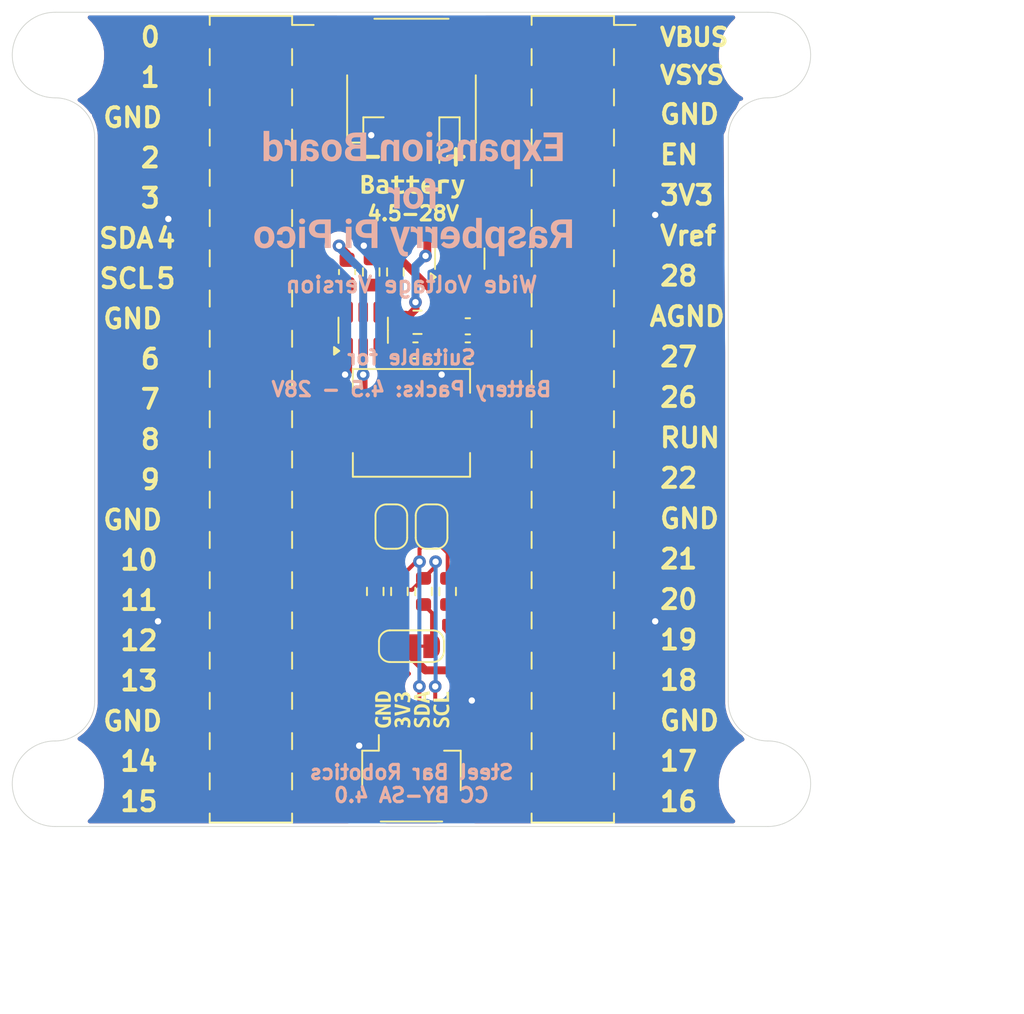
<source format=kicad_pcb>
(kicad_pcb (version 20240108) (generator "pcbnew") (generator_version "8.0")
  (title_block (title "PiicoDev Expansion Board for Raspberry Pi Pico") (date "2022-06-06") (company "Core Electronics") (comment 1 "Michael Ruppe"))
  (layers (0 "F.Cu" signal) (31 "B.Cu" signal) (34 "B.Paste" user) (35 "F.Paste" user) (36 "B.SilkS" user "B.Silkscreen") (37 "F.SilkS" user "F.Silkscreen") (38 "B.Mask" user) (39 "F.Mask" user) (44 "Edge.Cuts" user))
  (net 0 "")
  (net 1 "GND")
  (net 2 "VBAT")
  (net 3 "VBUS")
  (net 4 "/I2C0_SCL")
  (net 5 "/I2C0_SDA")
  (net 6 "+3V3")
  (net 7 "/VSYS")
  (net 8 "Net-(J1-Pin_4)")
  (net 9 "Net-(J1-Pin_3)")
  (net 10 "Net-(#U2-GP15)")
  (net 11 "Net-(#U2-GP1)")
  (net 12 "Net-(#U2-GP6)")
  (net 13 "Net-(#U2-GP12)")
  (net 14 "Net-(#U2-GP10)")
  (net 15 "Net-(#U2-GP7)")
  (net 16 "Net-(#U2-GP11)")
  (net 17 "Net-(#U2-GP2)")
  (net 18 "Net-(#U2-GP3)")
  (net 19 "Net-(#U2-GP14)")
  (net 20 "Net-(#U2-GP13)")
  (net 21 "Net-(#U2-GP0)")
  (net 22 "Net-(#U2-GP28)")
  (net 23 "Net-(#U2-GP27)")
  (net 24 "Net-(#U2-RUN)")
  (net 25 "Net-(#U2-GP18)")
  (net 26 "Net-(#U2-3V3_EN)")
  (net 27 "Net-(#U2-GP19)")
  (net 28 "Net-(J4-Pin_15)")
  (net 29 "Net-(#U2-GP26)")
  (net 30 "Net-(#U2-GP17)")
  (net 31 "Net-(#U2-GP22)")
  (net 32 "Net-(#U2-ADC_VREF)")
  (net 33 "Net-(#U2-GP21)")
  (net 34 "Net-(#U2-GP16)")
  (net 35 "Net-(#U2-GP20)")
  (net 36 "Net-(JP3-B)")
  (net 37 "Net-(JP3-A)")
  (net 38 "Net-(#U2-GP8)")
  (net 39 "Net-(#U2-GP9)")
  (net 40 "Net-(U1-BOOT)")
  (net 41 "Net-(U1-SW)")
  (net 42 "+5V")
  (net 43 "Net-(U1-FB)")
  (footprint "Connector_JST:JST_SH_SM04B-SRSS-TB_1x04-1MP_P1.00mm_Horizontal" (layer "F.Cu") (at 140.835 121.3)
    (property "Reference" "J1" (hide yes))
    (property "Value" "PiicoDev" (hide yes))
    (pad "1" smd roundrect (at -1.5 -2) (size 0.6 1.55) (layers "F.Cu" "F.Paste" "F.Mask") (net 1 "GND"))
    (pad "2" smd roundrect (at -0.5 -2) (size 0.6 1.55) (layers "F.Cu" "F.Paste" "F.Mask") (net 6 "+3V3"))
    (pad "3" smd roundrect (at 0.5 -2) (size 0.6 1.55) (layers "F.Cu" "F.Paste" "F.Mask") (net 9 "Net-(J1-Pin_3)"))
    (pad "4" smd roundrect (at 1.5 -2) (size 0.6 1.55) (layers "F.Cu" "F.Paste" "F.Mask") (net 8 "Net-(J1-Pin_4)"))
    (pad "MP" smd roundrect (at -2.8 1.875) (size 1.2 1.8) (layers "F.Cu" "F.Paste" "F.Mask") (roundrect_rratio 0.2083325))
    (pad "MP" smd roundrect (at 2.8 1.875) (size 1.2 1.8) (layers "F.Cu" "F.Paste" "F.Mask") (roundrect_rratio 0.2083325))
  )
  (footprint "MountingHole:MountingHole_3.2mm_M3" (layer "F.Cu") (at 163.335 121.6)
    (property "Reference" "H2" (hide yes))
    (property "Value" " ")
    (pad "" np_thru_hole circle (at 0 0) (size 3.2 3.2) (drill 3.2) (layers "F&B.Cu" "*.Mask") (clearance 1.5))
  )
  (footprint "Package_TO_SOT_SMD:SOT-23" (layer "F.Cu") (at 143.883 88.4555 90)
    (property "Reference" "Q1" (hide yes))
    (property "Value" "MOSFET P-CH" (hide yes))
    (pad "1" smd roundrect (at -0.9375 -0.95 90) (size 1.475 0.6) (layers "F.Cu" "F.Paste" "F.Mask") (net 3 "VBUS"))
    (pad "2" smd roundrect (at -0.9375 0.95 90) (size 1.475 0.6) (layers "F.Cu" "F.Paste" "F.Mask") (net 7 "/VSYS"))
    (pad "3" smd roundrect (at 0.9375 0 90) (size 1.475 0.6) (layers "F.Cu" "F.Paste" "F.Mask") (net 42 "+5V"))
  )
  (footprint "Connector_JST:JST_PH_S2B-PH-SM4-TB_1x02-1MP_P2.00mm_Horizontal" (layer "F.Cu") (at 140.835 77.818 180)
    (property "Reference" "J2" (hide yes))
    (property "Value" "JST PH" (hide yes))
    (fp_text user "-" (at 2.6 -4.3 180) (layer "F.SilkS") (effects (font (size 1.3 1.3) (thickness 0.25))))
    (fp_text user "+" (at -2.8 -4.3 180) (layer "F.SilkS") (effects (font (size 1.3 1.3) (thickness 0.25))))
    (pad "1" smd roundrect (at -1 -2.85 180) (size 1 3.5) (layers "F.Cu" "F.Paste" "F.Mask") (net 2 "VBAT"))
    (pad "2" smd roundrect (at 1 -2.85 180) (size 1 3.5) (layers "F.Cu" "F.Paste" "F.Mask") (net 1 "GND"))
    (pad "MP" smd roundrect (at -3.35 2.9 180) (size 1.5 3.4) (layers "F.Cu" "F.Paste" "F.Mask") (roundrect_rratio 0.1666666667))
    (pad "MP" smd roundrect (at 3.35 2.9 180) (size 1.5 3.4) (layers "F.Cu" "F.Paste" "F.Mask") (roundrect_rratio 0.1666666667))
  )
  (footprint "MountingHole:MountingHole_3.2mm_M3" (layer "F.Cu") (at 118.335 121.6)
    (property "Reference" "H3" (hide yes))
    (property "Value" " ")
    (pad "" np_thru_hole circle (at 0 0) (size 3.2 3.2) (drill 3.2) (layers "F&B.Cu" "*.Mask") (clearance 1.5))
  )
  (footprint "MountingHole:MountingHole_3.2mm_M3" (layer "F.Cu") (at 163.335 75.6)
    (property "Reference" "H1" (hide yes))
    (property "Value" " ")
    (pad "" np_thru_hole circle (at 0 0) (size 3.2 3.2) (drill 3.2) (layers "F&B.Cu" "*.Mask") (clearance 1.5))
  )
  (footprint "MountingHole:MountingHole_3.2mm_M3" (layer "F.Cu") (at 118.335 75.6)
    (property "Reference" "H4" (hide yes))
    (property "Value" " ")
    (pad "" np_thru_hole circle (at 0 0) (size 3.2 3.2) (drill 3.2) (layers "F&B.Cu" "*.Mask") (clearance 1.5))
  )
  (footprint "CoreElectronics_Components:SolderJumper-2_P1.3mm_Open_RoundedPad1.0x1.5mm" (layer "F.Cu") (at 142.105 105.366 -90)
    (property "Reference" "JP1" (hide yes))
    (property "Value" "Bypass")
    (pad "1" smd custom (at -0.65 0 270) (size 1 0.5) (layers "F.Cu" "F.Mask") (net 5 "/I2C0_SDA") (options (clearance outline) (anchor rect)) (primitives (gr_circle (center 0 0.25) (end 0.5 0.25) (width 0) (fill yes)) (gr_circle (center 0 -0.25) (end 0.5 -0.25) (width 0) (fill yes)) (gr_poly (pts (xy 0 -0.75) (xy 0.5 -0.75) (xy 0.5 0.75) (xy 0 0.75)) (width 0) (fill yes))))
    (pad "2" smd custom (at 0.65 0 270) (size 1 0.5) (layers "F.Cu" "F.Mask") (net 9 "Net-(J1-Pin_3)") (options (clearance outline) (anchor rect)) (primitives (gr_circle (center 0 0.25) (end 0.5 0.25) (width 0) (fill yes)) (gr_circle (center 0 -0.25) (end 0.5 -0.25) (width 0) (fill yes)) (gr_poly (pts (xy 0 -0.75) (xy -0.5 -0.75) (xy -0.5 0.75) (xy 0 0.75)) (width 0) (fill yes))))
  )
  (footprint "CoreElectronics_Components:PinSocket_2x20_P2.54mm_Vertical_SMD_With_Post" (layer "F.Cu") (at 151.02 98.59)
    (property "Reference" "J4" (hide yes))
    (property "Value" " ")
    (pad "1" smd rect (at 2.52 -24.13) (size 3 1) (layers "F.Cu" "F.Paste" "F.Mask") (net 3 "VBUS"))
    (pad "2" smd rect (at -2.52 -24.13) (size 3 1) (layers "F.Cu" "F.Paste" "F.Mask") (net 3 "VBUS"))
    (pad "3" smd rect (at 2.52 -21.59) (size 3 1) (layers "F.Cu" "F.Paste" "F.Mask") (net 7 "/VSYS"))
    (pad "4" smd rect (at -2.52 -21.59) (size 3 1) (layers "F.Cu" "F.Paste" "F.Mask") (net 7 "/VSYS"))
    (pad "5" smd rect (at 2.52 -19.05) (size 3 1) (layers "F.Cu" "F.Paste" "F.Mask") (net 1 "GND"))
    (pad "6" smd rect (at -2.52 -19.05) (size 3 1) (layers "F.Cu" "F.Paste" "F.Mask") (net 1 "GND"))
    (pad "7" smd rect (at 2.52 -16.51) (size 3 1) (layers "F.Cu" "F.Paste" "F.Mask") (net 26 "Net-(#U2-3V3_EN)"))
    (pad "8" smd rect (at -2.52 -16.51) (size 3 1) (layers "F.Cu" "F.Paste" "F.Mask") (net 26 "Net-(#U2-3V3_EN)"))
    (pad "9" smd rect (at 2.52 -13.97) (size 3 1) (layers "F.Cu" "F.Paste" "F.Mask") (net 6 "+3V3"))
    (pad "10" smd rect (at -2.52 -13.97) (size 3 1) (layers "F.Cu" "F.Paste" "F.Mask") (net 6 "+3V3"))
    (pad "11" smd rect (at 2.52 -11.43) (size 3 1) (layers "F.Cu" "F.Paste" "F.Mask") (net 32 "Net-(#U2-ADC_VREF)"))
    (pad "12" smd rect (at -2.52 -11.43) (size 3 1) (layers "F.Cu" "F.Paste" "F.Mask") (net 32 "Net-(#U2-ADC_VREF)"))
    (pad "13" smd rect (at 2.52 -8.89) (size 3 1) (layers "F.Cu" "F.Paste" "F.Mask") (net 22 "Net-(#U2-GP28)"))
    (pad "14" smd rect (at -2.52 -8.89) (size 3 1) (layers "F.Cu" "F.Paste" "F.Mask") (net 22 "Net-(#U2-GP28)"))
    (pad "15" smd rect (at 2.52 -6.35) (size 3 1) (layers "F.Cu" "F.Paste" "F.Mask") (net 28 "Net-(J4-Pin_15)"))
    (pad "16" smd rect (at -2.52 -6.35) (size 3 1) (layers "F.Cu" "F.Paste" "F.Mask") (net 28 "Net-(J4-Pin_15)"))
    (pad "17" smd rect (at 2.52 -3.81) (size 3 1) (layers "F.Cu" "F.Paste" "F.Mask") (net 23 "Net-(#U2-GP27)"))
    (pad "18" smd rect (at -2.52 -3.81) (size 3 1) (layers "F.Cu" "F.Paste" "F.Mask") (net 23 "Net-(#U2-GP27)"))
    (pad "19" smd rect (at 2.52 -1.27) (size 3 1) (layers "F.Cu" "F.Paste" "F.Mask") (net 29 "Net-(#U2-GP26)"))
    (pad "20" smd rect (at -2.52 -1.27) (size 3 1) (layers "F.Cu" "F.Paste" "F.Mask") (net 29 "Net-(#U2-GP26)"))
    (pad "21" smd rect (at 2.52 1.27) (size 3 1) (layers "F.Cu" "F.Paste" "F.Mask") (net 24 "Net-(#U2-RUN)"))
    (pad "22" smd rect (at -2.52 1.27) (size 3 1) (layers "F.Cu" "F.Paste" "F.Mask") (net 24 "Net-(#U2-RUN)"))
    (pad "23" smd rect (at 2.52 3.81) (size 3 1) (layers "F.Cu" "F.Paste" "F.Mask") (net 31 "Net-(#U2-GP22)"))
    (pad "24" smd rect (at -2.52 3.81) (size 3 1) (layers "F.Cu" "F.Paste" "F.Mask") (net 31 "Net-(#U2-GP22)"))
    (pad "25" smd rect (at 2.52 6.35) (size 3 1) (layers "F.Cu" "F.Paste" "F.Mask") (net 1 "GND"))
    (pad "26" smd rect (at -2.52 6.35) (size 3 1) (layers "F.Cu" "F.Paste" "F.Mask") (net 1 "GND"))
    (pad "27" smd rect (at 2.52 8.89) (size 3 1) (layers "F.Cu" "F.Paste" "F.Mask") (net 33 "Net-(#U2-GP21)"))
    (pad "28" smd rect (at -2.52 8.89) (size 3 1) (layers "F.Cu" "F.Paste" "F.Mask") (net 33 "Net-(#U2-GP21)"))
    (pad "29" smd rect (at 2.52 11.43) (size 3 1) (layers "F.Cu" "F.Paste" "F.Mask") (net 35 "Net-(#U2-GP20)"))
    (pad "30" smd rect (at -2.52 11.43) (size 3 1) (layers "F.Cu" "F.Paste" "F.Mask") (net 35 "Net-(#U2-GP20)"))
    (pad "31" smd rect (at 2.52 13.97) (size 3 1) (layers "F.Cu" "F.Paste" "F.Mask") (net 27 "Net-(#U2-GP19)"))
    (pad "32" smd rect (at -2.52 13.97) (size 3 1) (layers "F.Cu" "F.Paste" "F.Mask") (net 27 "Net-(#U2-GP19)"))
    (pad "33" smd rect (at 2.52 16.51) (size 3 1) (layers "F.Cu" "F.Paste" "F.Mask") (net 25 "Net-(#U2-GP18)"))
    (pad "34" smd rect (at -2.52 16.51) (size 3 1) (layers "F.Cu" "F.Paste" "F.Mask") (net 25 "Net-(#U2-GP18)"))
    (pad "35" smd rect (at 2.52 19.05) (size 3 1) (layers "F.Cu" "F.Paste" "F.Mask") (net 1 "GND"))
    (pad "36" smd rect (at -2.52 19.05) (size 3 1) (layers "F.Cu" "F.Paste" "F.Mask") (net 1 "GND"))
    (pad "37" smd rect (at 2.52 21.59) (size 3 1) (layers "F.Cu" "F.Paste" "F.Mask") (net 30 "Net-(#U2-GP17)"))
    (pad "38" smd rect (at -2.52 21.59) (size 3 1) (layers "F.Cu" "F.Paste" "F.Mask") (net 30 "Net-(#U2-GP17)"))
    (pad "39" smd rect (at 2.52 24.13) (size 3 1) (layers "F.Cu" "F.Paste" "F.Mask") (net 34 "Net-(#U2-GP16)"))
    (pad "40" smd rect (at -2.52 24.13) (size 3 1) (layers "F.Cu" "F.Paste" "F.Mask") (net 34 "Net-(#U2-GP16)"))
  )
  (footprint "CoreElectronics_Components:PinSocket_2x20_P2.54mm_Vertical_SMD_With_Post" (layer "F.Cu") (at 130.7 98.59)
    (property "Reference" "J3" (hide yes))
    (property "Value" " ")
    (pad "1" smd rect (at 2.52 -24.13) (size 3 1) (layers "F.Cu" "F.Paste" "F.Mask") (net 21 "Net-(#U2-GP0)"))
    (pad "2" smd rect (at -2.52 -24.13) (size 3 1) (layers "F.Cu" "F.Paste" "F.Mask") (net 21 "Net-(#U2-GP0)"))
    (pad "3" smd rect (at 2.52 -21.59) (size 3 1) (layers "F.Cu" "F.Paste" "F.Mask") (net 11 "Net-(#U2-GP1)"))
    (pad "4" smd rect (at -2.52 -21.59) (size 3 1) (layers "F.Cu" "F.Paste" "F.Mask") (net 11 "Net-(#U2-GP1)"))
    (pad "5" smd rect (at 2.52 -19.05) (size 3 1) (layers "F.Cu" "F.Paste" "F.Mask") (net 1 "GND"))
    (pad "6" smd rect (at -2.52 -19.05) (size 3 1) (layers "F.Cu" "F.Paste" "F.Mask") (net 1 "GND"))
    (pad "7" smd rect (at 2.52 -16.51) (size 3 1) (layers "F.Cu" "F.Paste" "F.Mask") (net 17 "Net-(#U2-GP2)"))
    (pad "8" smd rect (at -2.52 -16.51) (size 3 1) (layers "F.Cu" "F.Paste" "F.Mask") (net 17 "Net-(#U2-GP2)"))
    (pad "9" smd rect (at 2.52 -13.97) (size 3 1) (layers "F.Cu" "F.Paste" "F.Mask") (net 18 "Net-(#U2-GP3)"))
    (pad "10" smd rect (at -2.52 -13.97) (size 3 1) (layers "F.Cu" "F.Paste" "F.Mask") (net 18 "Net-(#U2-GP3)"))
    (pad "11" smd rect (at 2.52 -11.43) (size 3 1) (layers "F.Cu" "F.Paste" "F.Mask") (net 5 "/I2C0_SDA"))
    (pad "12" smd rect (at -2.52 -11.43) (size 3 1) (layers "F.Cu" "F.Paste" "F.Mask") (net 5 "/I2C0_SDA"))
    (pad "13" smd rect (at 2.52 -8.89) (size 3 1) (layers "F.Cu" "F.Paste" "F.Mask") (net 4 "/I2C0_SCL"))
    (pad "14" smd rect (at -2.52 -8.89) (size 3 1) (layers "F.Cu" "F.Paste" "F.Mask") (net 4 "/I2C0_SCL"))
    (pad "15" smd rect (at 2.52 -6.35) (size 3 1) (layers "F.Cu" "F.Paste" "F.Mask") (net 1 "GND"))
    (pad "16" smd rect (at -2.52 -6.35) (size 3 1) (layers "F.Cu" "F.Paste" "F.Mask") (net 1 "GND"))
    (pad "17" smd rect (at 2.52 -3.81) (size 3 1) (layers "F.Cu" "F.Paste" "F.Mask") (net 12 "Net-(#U2-GP6)"))
    (pad "18" smd rect (at -2.52 -3.81) (size 3 1) (layers "F.Cu" "F.Paste" "F.Mask") (net 12 "Net-(#U2-GP6)"))
    (pad "19" smd rect (at 2.52 -1.27) (size 3 1) (layers "F.Cu" "F.Paste" "F.Mask") (net 15 "Net-(#U2-GP7)"))
    (pad "20" smd rect (at -2.52 -1.27) (size 3 1) (layers "F.Cu" "F.Paste" "F.Mask") (net 15 "Net-(#U2-GP7)"))
    (pad "21" smd rect (at 2.52 1.27) (size 3 1) (layers "F.Cu" "F.Paste" "F.Mask") (net 38 "Net-(#U2-GP8)"))
    (pad "22" smd rect (at -2.52 1.27) (size 3 1) (layers "F.Cu" "F.Paste" "F.Mask") (net 38 "Net-(#U2-GP8)"))
    (pad "23" smd rect (at 2.52 3.81) (size 3 1) (layers "F.Cu" "F.Paste" "F.Mask") (net 39 "Net-(#U2-GP9)"))
    (pad "24" smd rect (at -2.52 3.81) (size 3 1) (layers "F.Cu" "F.Paste" "F.Mask") (net 39 "Net-(#U2-GP9)"))
    (pad "25" smd rect (at 2.52 6.35) (size 3 1) (layers "F.Cu" "F.Paste" "F.Mask") (net 1 "GND"))
    (pad "26" smd rect (at -2.52 6.35) (size 3 1) (layers "F.Cu" "F.Paste" "F.Mask") (net 1 "GND"))
    (pad "27" smd rect (at 2.52 8.89) (size 3 1) (layers "F.Cu" "F.Paste" "F.Mask") (net 14 "Net-(#U2-GP10)"))
    (pad "28" smd rect (at -2.52 8.89) (size 3 1) (layers "F.Cu" "F.Paste" "F.Mask") (net 14 "Net-(#U2-GP10)"))
    (pad "29" smd rect (at 2.52 11.43) (size 3 1) (layers "F.Cu" "F.Paste" "F.Mask") (net 16 "Net-(#U2-GP11)"))
    (pad "30" smd rect (at -2.52 11.43) (size 3 1) (layers "F.Cu" "F.Paste" "F.Mask") (net 16 "Net-(#U2-GP11)"))
    (pad "31" smd rect (at 2.52 13.97) (size 3 1) (layers "F.Cu" "F.Paste" "F.Mask") (net 13 "Net-(#U2-GP12)"))
    (pad "32" smd rect (at -2.52 13.97) (size 3 1) (layers "F.Cu" "F.Paste" "F.Mask") (net 13 "Net-(#U2-GP12)"))
    (pad "33" smd rect (at 2.52 16.51) (size 3 1) (layers "F.Cu" "F.Paste" "F.Mask") (net 20 "Net-(#U2-GP13)"))
    (pad "34" smd rect (at -2.52 16.51) (size 3 1) (layers "F.Cu" "F.Paste" "F.Mask") (net 20 "Net-(#U2-GP13)"))
    (pad "35" smd rect (at 2.52 19.05) (size 3 1) (layers "F.Cu" "F.Paste" "F.Mask") (net 1 "GND"))
    (pad "36" smd rect (at -2.52 19.05) (size 3 1) (layers "F.Cu" "F.Paste" "F.Mask") (net 1 "GND"))
    (pad "37" smd rect (at 2.52 21.59) (size 3 1) (layers "F.Cu" "F.Paste" "F.Mask") (net 19 "Net-(#U2-GP14)"))
    (pad "38" smd rect (at -2.52 21.59) (size 3 1) (layers "F.Cu" "F.Paste" "F.Mask") (net 19 "Net-(#U2-GP14)"))
    (pad "39" smd rect (at 2.52 24.13) (size 3 1) (layers "F.Cu" "F.Paste" "F.Mask") (net 10 "Net-(#U2-GP15)"))
    (pad "40" smd rect (at -2.52 24.13) (size 3 1) (layers "F.Cu" "F.Paste" "F.Mask") (net 10 "Net-(#U2-GP15)"))
  )
  (footprint "CoreElectronics_Components:SolderJumper-3_P1.3mm_Closed_RoundedPad1.0x1.5mm" (layer "F.Cu") (at 140.835 112.918 180)
    (property "Reference" "JP3" (hide yes))
    (property "Value" "I2C")
    (fp_line (start 0.85 0) (end -0.85 0) (stroke (width 0.2)) (layer "F.Cu"))
    (pad "1" smd custom (at -1.3 0 180) (size 1 0.5) (layers "F.Cu" "F.Mask") (net 37 "Net-(JP3-A)") (options (clearance outline) (anchor rect)) (primitives (gr_circle (center 0 0.25) (end 0.5 0.25) (width 0) (fill yes)) (gr_circle (center 0 -0.25) (end 0.5 -0.25) (width 0) (fill yes)) (gr_poly (pts (xy 0.55 -0.75) (xy 0 -0.75) (xy 0 0.75) (xy 0.55 0.75)) (width 0) (fill yes))))
    (pad "2" smd rect (at 0 0 180) (size 1 1.5) (layers "F.Cu" "F.Mask") (net 6 "+3V3"))
    (pad "3" smd custom (at 1.3 0 180) (size 1 0.5) (layers "F.Cu" "F.Mask") (net 36 "Net-(JP3-B)") (options (clearance outline) (anchor rect)) (primitives (gr_circle (center 0 0.25) (end 0.5 0.25) (width 0) (fill yes)) (gr_circle (center 0 -0.25) (end 0.5 -0.25) (width 0) (fill yes)) (gr_poly (pts (xy -0.55 -0.75) (xy 0 -0.75) (xy 0 0.75) (xy -0.55 0.75)) (width 0) (fill yes))))
  )
  (footprint "Resistor_SMD:R_0603_1608Metric" (layer "F.Cu") (at 138.549 109.462 90)
    (property "Reference" "R8" (hide yes))
    (property "Value" "120R")
    (pad "1" smd roundrect (at -0.825 0 90) (size 0.8 0.95) (layers "F.Cu" "F.Paste" "F.Mask") (net 4 "/I2C0_SCL"))
    (pad "2" smd roundrect (at 0.825 0 90) (size 0.8 0.95) (layers "F.Cu" "F.Paste" "F.Mask") (net 8 "Net-(J1-Pin_4)"))
  )
  (footprint "Resistor_SMD:R_0603_1608Metric" (layer "F.Cu") (at 140.073 109.462 90)
    (property "Reference" "R5" (hide yes))
    (property "Value" "4k7")
    (pad "1" smd roundrect (at -0.825 0 90) (size 0.8 0.95) (layers "F.Cu" "F.Paste" "F.Mask") (net 36 "Net-(JP3-B)"))
    (pad "2" smd roundrect (at 0.825 0 90) (size 0.8 0.95) (layers "F.Cu" "F.Paste" "F.Mask") (net 9 "Net-(J1-Pin_3)"))
  )
  (footprint "Resistor_SMD:R_0603_1608Metric" (layer "F.Cu") (at 141.597 109.462 90)
    (property "Reference" "R6" (hide yes))
    (property "Value" "4k7")
    (pad "1" smd roundrect (at -0.825 0 90) (size 0.8 0.95) (layers "F.Cu" "F.Paste" "F.Mask") (net 37 "Net-(JP3-A)"))
    (pad "2" smd roundrect (at 0.825 0 90) (size 0.8 0.95) (layers "F.Cu" "F.Paste" "F.Mask") (net 8 "Net-(J1-Pin_4)"))
  )
  (footprint "Resistor_SMD:R_0603_1608Metric" (layer "F.Cu") (at 143.121 109.462 90)
    (property "Reference" "R7" (hide yes))
    (property "Value" "120R")
    (pad "1" smd roundrect (at -0.825 0 90) (size 0.8 0.95) (layers "F.Cu" "F.Paste" "F.Mask") (net 5 "/I2C0_SDA"))
    (pad "2" smd roundrect (at 0.825 0 90) (size 0.8 0.95) (layers "F.Cu" "F.Paste" "F.Mask") (net 9 "Net-(J1-Pin_3)"))
  )
  (footprint "kibuzzard-629D8D51" (layer "F.Cu") (at 139.036 116.913362 90)
    (property "Reference" "kibuzzard-629D8D51" (hide yes))
    (property "Value" "G***" (hide yes))
  )
  (footprint "Inductor_SMD:L_Abracon_ASPI-0630LR" (layer "F.Cu") (at 140.835 98.821)
    (property "Reference" "L1" (hide yes))
    (property "Value" "10uF")
    (pad "1" smd roundrect (at -3.025 0) (size 2.35 3.4) (layers "F.Cu" "F.Paste" "F.Mask") (roundrect_rratio 0.1) (net 41 "Net-(U1-SW)"))
    (pad "2" smd roundrect (at 3.025 0) (size 2.35 3.4) (layers "F.Cu" "F.Paste" "F.Mask") (roundrect_rratio 0.1) (net 42 "+5V"))
  )
  (footprint "Capacitor_SMD:C_0603_1608Metric" (layer "F.Cu") (at 141.089 94.249)
    (property "Reference" "C2" (hide yes))
    (property "Value" "0.1uF")
    (pad "1" smd roundrect (at -0.775 0) (size 0.9 0.95) (layers "F.Cu" "F.Paste" "F.Mask") (net 2 "VBAT"))
    (pad "2" smd roundrect (at 0.775 0) (size 0.9 0.95) (layers "F.Cu" "F.Paste" "F.Mask") (net 1 "GND"))
  )
  (footprint "kibuzzard-629D8D6F" (layer "F.Cu") (at 142.719 116.934 90)
    (property "Reference" "kibuzzard-629D8D6F" (hide yes))
    (property "Value" "G***" (hide yes))
  )
  (footprint "kibuzzard-629D8642" (layer "F.Cu") (at 140.941 83.914)
    (property "Reference" "kibuzzard-629D8642" (hide yes))
    (property "Value" "G***" (hide yes))
  )
  (footprint "Capacitor_SMD:C_0805_2012Metric" (layer "F.Cu") (at 141.216 92.471)
    (property "Reference" "C1" (hide yes))
    (property "Value" "10uF")
    (pad "1" smd roundrect (at -0.95 0) (size 1 1.45) (layers "F.Cu" "F.Paste" "F.Mask") (net 2 "VBAT"))
    (pad "2" smd roundrect (at 0.95 0) (size 1 1.45) (layers "F.Cu" "F.Paste" "F.Mask") (net 1 "GND"))
  )
  (footprint "Capacitor_SMD:C_0603_1608Metric" (layer "F.Cu") (at 144.391 92.725 180)
    (property "Reference" "C4" (hide yes))
    (property "Value" "22uF")
    (pad "1" smd roundrect (at -0.775 0 180) (size 0.9 0.95) (layers "F.Cu" "F.Paste" "F.Mask") (net 42 "+5V"))
    (pad "2" smd roundrect (at 0.775 0 180) (size 0.9 0.95) (layers "F.Cu" "F.Paste" "F.Mask") (net 1 "GND"))
  )
  (footprint "kibuzzard-629D8D64" (layer "F.Cu") (at 141.491332 116.909394 90)
    (property "Reference" "kibuzzard-629D8D64" (hide yes))
    (property "Value" "G***" (hide yes))
  )
  (footprint "Resistor_SMD:R_0603_1608Metric" (layer "F.Cu") (at 139.819 89.296 -90)
    (property "Reference" "R1" (hide yes))
    (property "Value" "100k")
    (pad "1" smd roundrect (at -0.825 0 270) (size 0.8 0.95) (layers "F.Cu" "F.Paste" "F.Mask") (net 42 "+5V"))
    (pad "2" smd roundrect (at 0.825 0 270) (size 0.8 0.95) (layers "F.Cu" "F.Paste" "F.Mask") (net 43 "Net-(U1-FB)"))
  )
  (footprint "Capacitor_SMD:C_0603_1608Metric" (layer "F.Cu") (at 144.391 94.249 180)
    (property "Reference" "C5" (hide yes))
    (property "Value" "22uF")
    (pad "1" smd roundrect (at -0.775 0 180) (size 0.9 0.95) (layers "F.Cu" "F.Paste" "F.Mask") (net 42 "+5V"))
    (pad "2" smd roundrect (at 0.775 0 180) (size 0.9 0.95) (layers "F.Cu" "F.Paste" "F.Mask") (net 1 "GND"))
  )
  (footprint "CoreElectronics_Components:SolderJumper-2_P1.3mm_Open_RoundedPad1.0x1.5mm" (layer "F.Cu") (at 139.565 105.366 90)
    (property "Reference" "JP2" (hide yes))
    (property "Value" "Bypass")
    (pad "1" smd custom (at -0.65 0 90) (size 1 0.5) (layers "F.Cu" "F.Mask") (net 8 "Net-(J1-Pin_4)") (options (clearance outline) (anchor rect)) (primitives (gr_circle (center 0 0.25) (end 0.5 0.25) (width 0) (fill yes)) (gr_circle (center 0 -0.25) (end 0.5 -0.25) (width 0) (fill yes)) (gr_poly (pts (xy 0 -0.75) (xy 0.5 -0.75) (xy 0.5 0.75) (xy 0 0.75)) (width 0) (fill yes))))
    (pad "2" smd custom (at 0.65 0 90) (size 1 0.5) (layers "F.Cu" "F.Mask") (net 4 "/I2C0_SCL") (options (clearance outline) (anchor rect)) (primitives (gr_circle (center 0 0.25) (end 0.5 0.25) (width 0) (fill yes)) (gr_circle (center 0 -0.25) (end 0.5 -0.25) (width 0) (fill yes)) (gr_poly (pts (xy 0 -0.75) (xy -0.5 -0.75) (xy -0.5 0.75) (xy 0 0.75)) (width 0) (fill yes))))
  )
  (footprint "Package_TO_SOT_SMD:SOT-23-6" (layer "F.Cu") (at 137.787 92.9735 90)
    (property "Reference" "U1" (hide yes))
    (property "Value" "TPS54302")
    (pad "1" smd roundrect (at -1.1375 -0.95 90) (size 1.325 0.6) (layers "F.Cu" "F.Paste" "F.Mask") (net 1 "GND"))
    (pad "2" smd roundrect (at -1.1375 0 90) (size 1.325 0.6) (layers "F.Cu" "F.Paste" "F.Mask") (net 41 "Net-(U1-SW)"))
    (pad "3" smd roundrect (at -1.1375 0.95 90) (size 1.325 0.6) (layers "F.Cu" "F.Paste" "F.Mask") (net 2 "VBAT"))
    (pad "4" smd roundrect (at 1.1375 0.95 90) (size 1.325 0.6) (layers "F.Cu" "F.Paste" "F.Mask") (net 43 "Net-(U1-FB)"))
    (pad "5" smd roundrect (at 1.1375 0 90) (size 1.325 0.6) (layers "F.Cu" "F.Paste" "F.Mask"))
    (pad "6" smd roundrect (at 1.1375 -0.95 90) (size 1.325 0.6) (layers "F.Cu" "F.Paste" "F.Mask") (net 40 "Net-(U1-BOOT)"))
  )
  (footprint "kibuzzard-629D8D5D" (layer "F.Cu") (at 140.263666 116.941937 90)
    (property "Reference" "kibuzzard-629D8D5D" (hide yes))
    (property "Value" "G***" (hide yes))
  )
  (footprint "Capacitor_SMD:C_0603_1608Metric" (layer "F.Cu") (at 136.771 89.296 -90)
    (property "Reference" "C3" (hide yes))
    (property "Value" "0.1uF")
    (pad "1" smd roundrect (at -0.775 0 270) (size 0.9 0.95) (layers "F.Cu" "F.Paste" "F.Mask") (net 41 "Net-(U1-SW)"))
    (pad "2" smd roundrect (at 0.775 0 270) (size 0.9 0.95) (layers "F.Cu" "F.Paste" "F.Mask") (net 40 "Net-(U1-BOOT)"))
  )
  (footprint "Resistor_SMD:R_0603_1608Metric" (layer "F.Cu") (at 138.295 89.296 90)
    (property "Reference" "R2" (hide yes))
    (property "Value" "13.3k")
    (pad "1" smd roundrect (at -0.825 0 90) (size 0.8 0.95) (layers "F.Cu" "F.Paste" "F.Mask") (net 43 "Net-(U1-FB)"))
    (pad "2" smd roundrect (at 0.825 0 90) (size 0.8 0.95) (layers "F.Cu" "F.Paste" "F.Mask") (net 1 "GND"))
  )
  (footprint "kibuzzard-629D9090" (layer "B.Cu") (at 140.941 81.6 180)
    (property "Reference" "kibuzzard-629D9090" (hide yes))
    (property "Value" "G***" (hide yes))
  )
  (footprint "kibuzzard-629D909F" (layer "B.Cu") (at 140.941 84.343489 180)
    (property "Reference" "kibuzzard-629D909F" (hide yes))
    (property "Value" "G***" (hide yes))
  )
  (footprint "kibuzzard-629D90AA" (layer "B.Cu") (at 140.941 87.1 180)
    (property "Reference" "kibuzzard-629D90AA" (hide yes))
    (property "Value" "G***" (hide yes))
  )
  (gr_arc (start 163.335 72.9) (mid 166.035 75.6) (end 163.335 78.3) (stroke (width 0.05)) (layer "Edge.Cuts"))
  (gr_arc (start 120.835 116.4) (mid 120.102767 118.167767) (end 118.335 118.9) (stroke (width 0.05)) (layer "Edge.Cuts"))
  (gr_arc (start 163.335 118.9) (mid 166.035 121.6) (end 163.335 124.3) (stroke (width 0.05)) (layer "Edge.Cuts"))
  (gr_arc (start 163.335 118.9) (mid 161.567233 118.167767) (end 160.835 116.4) (stroke (width 0.05)) (layer "Edge.Cuts"))
  (gr_arc (start 118.335 124.3) (mid 115.635 121.6) (end 118.335 118.9) (stroke (width 0.05)) (layer "Edge.Cuts"))
  (gr_arc (start 118.335 78.3) (mid 120.102767 79.032233) (end 120.835 80.8) (stroke (width 0.05)) (layer "Edge.Cuts"))
  (gr_line (start 120.835 80.8) (end 120.835 116.4) (stroke (width 0.05)) (layer "Edge.Cuts"))
  (gr_arc (start 118.335 78.3) (mid 115.635 75.6) (end 118.335 72.9) (stroke (width 0.05)) (layer "Edge.Cuts"))
  (gr_arc (start 160.835 80.8) (mid 161.567233 79.032233) (end 163.335 78.3) (stroke (width 0.05)) (layer "Edge.Cuts"))
  (gr_line (start 118.335 72.9) (end 163.335 72.9) (stroke (width 0.05)) (layer "Edge.Cuts"))
  (gr_line (start 160.835 116.4) (end 160.835 80.8) (stroke (width 0.05)) (layer "Edge.Cuts"))
  (gr_line (start 118.335 124.3) (end 163.335 124.3) (stroke (width 0.05)) (layer "Edge.Cuts"))
  (gr_text "Wide Voltage Version" (at 140.835 90.1 0) (layer "B.SilkS") (effects (font (size 1 1) (thickness 0.2) (bold yes)) (justify mirror)))
  (gr_text "Steel Bar Robotics\nCC BY-SA 4.0" (at 140.835 121.6 0) (layer "B.SilkS") (effects (font (size 0.9 0.9) (thickness 0.2) (bold yes)) (justify mirror)))
  (gr_text "Battery Packs: 4.5 - 28V" (at 140.835 96.7 0) (layer "B.SilkS") (effects (font (size 0.9 0.9) (thickness 0.2) (bold yes)) (justify mirror)))
  (gr_text "Suitable for" (at 140.835 94.7 0) (layer "B.SilkS") (effects (font (size 0.9 0.9) (thickness 0.2) (bold yes)) (justify mirror)))
  (gr_text "1" (at 124.348572 77.01 0) (layer "F.SilkS") (effects (font (size 1.2 1.2) (thickness 0.25))))
  (gr_text "GND" (at 123.234286 79.55 0) (layer "F.SilkS") (effects (font (size 1.2 1.2) (thickness 0.25))))
  (gr_text "9" (at 124.348572 102.41 0) (layer "F.SilkS") (effects (font (size 1.2 1.2) (thickness 0.25))))
  (gr_text "GND" (at 123.234286 92.25 0) (layer "F.SilkS") (effects (font (size 1.2 1.2) (thickness 0.25))))
  (gr_text "8" (at 124.348572 99.87 0) (layer "F.SilkS") (effects (font (size 1.2 1.2) (thickness 0.25))))
  (gr_text "7" (at 124.348572 97.33 0) (layer "F.SilkS") (effects (font (size 1.2 1.2) (thickness 0.25))))
  (gr_text "6" (at 124.348572 94.79 0) (layer "F.SilkS") (effects (font (size 1.2 1.2) (thickness 0.25))))
  (gr_text "14" (at 123.634286 120.19 0) (layer "F.SilkS") (effects (font (size 1.2 1.2) (thickness 0.25))))
  (gr_text "11" (at 123.634286 110.03 0) (layer "F.SilkS") (effects (font (size 1.2 1.2) (thickness 0.25))))
  (gr_text "15" (at 123.634286 122.73 0) (layer "F.SilkS") (effects (font (size 1.2 1.2) (thickness 0.25))))
  (gr_text "12" (at 123.634286 112.57 0) (layer "F.SilkS") (effects (font (size 1.2 1.2) (thickness 0.25))))
  (gr_text "10" (at 123.634286 107.49 0) (layer "F.SilkS") (effects (font (size 1.2 1.2) (thickness 0.25))))
  (gr_text "GND" (at 123.234286 117.65 0) (layer "F.SilkS") (effects (font (size 1.2 1.2) (thickness 0.25))))
  (gr_text "5" (at 125.335 89.71 0) (layer "F.SilkS") (effects (font (size 1.2 1.2) (thickness 0.25))))
  (gr_text "GND" (at 123.234286 104.95 0) (layer "F.SilkS") (effects (font (size 1.2 1.2) (thickness 0.25))))
  (gr_text "13" (at 123.634286 115.11 0) (layer "F.SilkS") (effects (font (size 1.2 1.2) (thickness 0.25))))
  (gr_text "4" (at 125.335 87.17 0) (layer "F.SilkS") (effects (font (size 1.2 1.2) (thickness 0.25))))
  (gr_text "27" (at 156.395715 94.658 0) (layer "F.SilkS") (effects (font (size 1.2 1.2) (thickness 0.25)) (justify left)))
  (gr_text "22" (at 156.395715 102.314 0) (layer "F.SilkS") (effects (font (size 1.2 1.2) (thickness 0.25)) (justify left)))
  (gr_text "GND" (at 156.395715 117.626 0) (layer "F.SilkS") (effects (font (size 1.2 1.2) (thickness 0.25)) (justify left)))
  (gr_text "18" (at 156.395715 115.074 0) (layer "F.SilkS") (effects (font (size 1.2 1.2) (thickness 0.25)) (justify left)))
  (gr_text "3V3" (at 156.395715 84.45 0) (layer "F.SilkS") (effects (font (size 1.2 1.2) (thickness 0.25)) (justify left)))
  (gr_text "26" (at 156.395715 97.21 0) (layer "F.SilkS") (effects (font (size 1.2 1.2) (thickness 0.25)) (justify left)))
  (gr_text "Vref" (at 156.395715 87.002 0) (layer "F.SilkS") (effects (font (size 1.2 1.2) (thickness 0.25)) (justify left)))
  (gr_text "19" (at 156.395715 112.522 0) (layer "F.SilkS") (effects (font (size 1.2 1.2) (thickness 0.25)) (justify left)))
  (gr_text "20" (at 156.395715 109.97 0) (layer "F.SilkS") (effects (font (size 1.2 1.2) (thickness 0.25)) (justify left)))
  (gr_text "17" (at 156.395715 120.178 0) (layer "F.SilkS") (effects (font (size 1.2 1.2) (thickness 0.25)) (justify left)))
  (gr_text "RUN" (at 156.395715 99.762 0) (layer "F.SilkS") (effects (font (size 1.2 1.2) (thickness 0.25)) (justify left)))
  (gr_text "16" (at 156.395715 122.73 0) (layer "F.SilkS") (effects (font (size 1.2 1.2) (thickness 0.25)) (justify left)))
  (gr_text "21" (at 156.395715 107.418 0) (layer "F.SilkS") (effects (font (size 1.2 1.2) (thickness 0.25)) (justify left)))
  (gr_text "GND" (at 156.395715 104.866 0) (layer "F.SilkS") (effects (font (size 1.2 1.2) (thickness 0.25)) (justify left)))
  (gr_text "EN" (at 156.395715 81.898 0) (layer "F.SilkS") (effects (font (size 1.2 1.2) (thickness 0.25)) (justify left)))
  (gr_text "AGND" (at 155.735 92.106 0) (layer "F.SilkS") (effects (font (size 1.2 1.2) (thickness 0.25)) (justify left)))
  (gr_text "VSYS" (at 156.395715 76.872 0) (layer "F.SilkS") (effects (font (size 1.1 1.1) (thickness 0.25)) (justify left)))
  (gr_text "GND" (at 156.395715 79.346 0) (layer "F.SilkS") (effects (font (size 1.2 1.2) (thickness 0.25)) (justify left)))
  (gr_text "28" (at 156.395715 89.554 0) (layer "F.SilkS") (effects (font (size 1.2 1.2) (thickness 0.25)) (justify left)))
  (gr_text "VBUS" (at 156.395715 74.47 0) (layer "F.SilkS") (effects (font (size 1.1 1.1) (thickness 0.25)) (justify left)))
  (gr_text "0" (at 124.348572 74.47 0) (layer "F.SilkS") (effects (font (size 1.2 1.2) (thickness 0.25))))
  (gr_text "4.5-28V" (at 140.941 85.6 0) (layer "F.SilkS") (effects (font (size 0.9 0.9) (thickness 0.2) (bold yes))))
  (gr_text "SDA" (at 122.835 87.17 0) (layer "F.SilkS") (effects (font (size 1.2 1.2) (thickness 0.25))))
  (gr_text "SCL" (at 122.835 89.71 0) (layer "F.SilkS") (effects (font (size 1.2 1.2) (thickness 0.25))))
  (gr_text "3" (at 124.348572 84.63 0) (layer "F.SilkS") (effects (font (size 1.2 1.2) (thickness 0.25))))
  (gr_text "2" (at 124.348572 82.09 0) (layer "F.SilkS") (effects (font (size 1.2 1.2) (thickness 0.25))))
  (segment (start 128.18 79.54) (end 133.22 79.54) (width 0.5) (layer "F.Cu") (net 1))
  (segment (start 148.5 79.54) (end 153.54 79.54) (width 0.5) (layer "F.Cu") (net 1))
  (segment (start 136.837 94.111) (end 136.837 95.58) (width 0.5) (layer "F.Cu") (net 1))
  (segment (start 128.18 92.24) (end 133.22 92.24) (width 0.5) (layer "F.Cu") (net 1))
  (segment (start 142.166 92.471) (end 142.166 93.947) (width 0.5) (layer "F.Cu") (net 1))
  (segment (start 148.075 104.95) (end 149.725 104.95) (width 0.5) (layer "F.Cu") (net 1))
  (segment (start 142.166 93.947) (end 141.864 94.249) (width 0.5) (layer "F.Cu") (net 1))
  (segment (start 143.616 94.249) (end 143.616 94.897) (width 0.5) (layer "F.Cu") (net 1))
  (segment (start 153.54 104.94) (end 148.5 104.94) (width 0.5) (layer "F.Cu") (net 1))
  (segment (start 137.82648 87.635392) (end 138.295 88.103912) (width 0.5) (layer "F.Cu") (net 1))
  (segment (start 136.837 95.58) (end 136.644 95.773) (width 0.5) (layer "F.Cu") (net 1))
  (segment (start 153.54 117.64) (end 148.5 117.64) (width 0.5) (layer "F.Cu") (net 1))
  (segment (start 143.616 92.725) (end 143.616 94.249) (width 0.5) (layer "F.Cu") (net 1))
  (segment (start 128.18 104.94) (end 133.22 104.94) (width 0.5) (layer "F.Cu") (net 1))
  (segment (start 143.616 94.897) (end 142.74 95.773) (width 0.5) (layer "F.Cu") (net 1))
  (segment (start 138.295 88.103912) (end 138.295 88.471) (width 0.5) (layer "F.Cu") (net 1))
  (segment (start 133.22 117.64) (end 128.18 117.64) (width 0.5) (layer "F.Cu") (net 1))
  (segment (start 141.864 94.249) (end 141.864 94.897) (width 0.5) (layer "F.Cu") (net 1))
  (segment (start 141.864 94.897) (end 142.74 95.773) (width 0.5) (layer "F.Cu") (net 1))
  (via (at 138.295 80.66) (size 0.8) (drill 0.4) (layers "F.Cu" "B.Cu") (net 1))
  (via (at 124.835 111.346) (size 0.8) (drill 0.4) (layers "F.Cu" "B.Cu") (net 1))
  (via (at 136.644 95.773) (size 0.8) (drill 0.4) (layers "F.Cu" "B.Cu") (net 1))
  (via (at 125.487 85.946) (size 0.8) (drill 0.4) (layers "F.Cu" "B.Cu") (net 1))
  (via (at 144.645 116.347) (size 0.8) (drill 0.4) (layers "F.Cu" "B.Cu") (net 1))
  (via (at 137.82648 87.635392) (size 0.8) (drill 0.4) (layers "F.Cu" "B.Cu") (net 1))
  (via (at 137.535 119.2) (size 0.8) (drill 0.4) (layers "F.Cu" "B.Cu") (net 1))
  (via (at 156.221 111.346) (size 0.8) (drill 0.4) (layers "F.Cu" "B.Cu") (net 1))
  (via (at 142.74 95.773) (size 0.8) (drill 0.4) (layers "F.Cu" "B.Cu") (net 1))
  (via (at 156.221 85.692) (size 0.8) (drill 0.4) (layers "F.Cu" "B.Cu") (net 1))
  (segment (start 141.089 91.648) (end 140.266 92.471) (width 0.5) (layer "F.Cu") (net 2))
  (segment (start 138.875 94.249) (end 138.737 94.111) (width 0.5) (layer "F.Cu") (net 2))
  (segment (start 141.089 91.201) (end 141.089 91.648) (width 0.5) (layer "F.Cu") (net 2))
  (segment (start 141.835 88.169) (end 141.835 80.668) (width 0.5) (layer "F.Cu") (net 2))
  (segment (start 141.724 88.28) (end 141.835 88.169) (width 0.5) (layer "F.Cu") (net 2))
  (segment (start 140.314 94.249) (end 138.875 94.249) (width 0.5) (layer "F.Cu") (net 2))
  (segment (start 140.266 94.201) (end 140.314 94.249) (width 0.5) (layer "F.Cu") (net 2))
  (segment (start 140.266 92.471) (end 140.266 94.201) (width 0.5) (layer "F.Cu") (net 2))
  (via (at 141.089 91.201) (size 0.8) (drill 0.4) (layers "F.Cu" "B.Cu") (net 2))
  (via (at 141.724 88.28) (size 0.8) (drill 0.4) (layers "F.Cu" "B.Cu") (net 2))
  (segment (start 141.089 88.915) (end 141.089 91.201) (width 0.5) (layer "B.Cu") (net 2))
  (segment (start 141.724 88.28) (end 141.089 88.915) (width 0.5) (layer "B.Cu") (net 2))
  (segment (start 148.5 74.46) (end 153.54 74.46) (width 0.5) (layer "F.Cu") (net 3))
  (segment (start 143.375 86.375) (end 142.933 86.817) (width 0.5) (layer "F.Cu") (net 3))
  (segment (start 142.933 86.817) (end 142.933 89.393) (width 0.5) (layer "F.Cu") (net 3))
  (segment (start 143.375 79.898) (end 143.375 86.375) (width 0.5) (layer "F.Cu") (net 3))
  (segment (start 145.661 76.299) (end 145.661 77.612) (width 0.5) (layer "F.Cu") (net 3))
  (segment (start 148.5 74.46) (end 147.5 74.46) (width 0.5) (layer "F.Cu") (net 3))
  (segment (start 147.5 74.46) (end 145.661 76.299) (width 0.5) (layer "F.Cu") (net 3))
  (segment (start 145.661 77.612) (end 143.375 79.898) (width 0.5) (layer "F.Cu") (net 3))
  (segment (start 137.533 109.271) (end 138.549 110.287) (width 0.25) (layer "F.Cu") (net 4))
  (segment (start 133.22 89.7) (end 133.619 89.7) (width 0.25) (layer "F.Cu") (net 4))
  (segment (start 135.247 91.328) (end 135.247 102.43) (width 0.25) (layer "F.Cu") (net 4))
  (segment (start 137.533 104.716) (end 137.533 109.271) (width 0.25) (layer "F.Cu") (net 4))
  (segment (start 139.565 104.716) (end 137.533 104.716) (width 0.25) (layer "F.Cu") (net 4))
  (segment (start 133.22 89.7) (end 128.18 89.7) (width 0.5) (layer "F.Cu") (net 4))
  (segment (start 135.247 102.43) (end 137.533 104.716) (width 0.25) (layer "F.Cu") (net 4))
  (segment (start 133.619 89.7) (end 135.247 91.328) (width 0.25) (layer "F.Cu") (net 4))
  (segment (start 135.755 101.488) (end 137.533 103.266) (width 0.25) (layer "F.Cu") (net 5))
  (segment (start 133.4195 87.16) (end 135.755 89.4955) (width 0.25) (layer "F.Cu") (net 5))
  (segment (start 140.655 103.266) (end 142.105 104.716) (width 0.25) (layer "F.Cu") (net 5))
  (segment (start 144.137 105.298) (end 144.137 109.271) (width 0.25) (layer "F.Cu") (net 5))
  (segment (start 133.22 87.16) (end 128.18 87.16) (width 0.5) (layer "F.Cu") (net 5))
  (segment (start 135.755 89.4955) (end 135.755 101.488) (width 0.25) (layer "F.Cu") (net 5))
  (segment (start 144.137 109.271) (end 143.121 110.287) (width 0.25) (layer "F.Cu") (net 5))
  (segment (start 137.533 103.266) (end 140.655 103.266) (width 0.25) (layer "F.Cu") (net 5))
  (segment (start 133.22 87.16) (end 133.4195 87.16) (width 0.25) (layer "F.Cu") (net 5))
  (segment (start 143.555 104.716) (end 144.137 105.298) (width 0.25) (layer "F.Cu") (net 5))
  (segment (start 142.105 104.716) (end 143.555 104.716) (width 0.25) (layer "F.Cu") (net 5))
  (segment (start 146.296 117.461) (end 143.0245 120.7325) (width 0.5) (layer "F.Cu") (net 6))
  (segment (start 146.296 86.409) (end 146.296 114.442) (width 0.5) (layer "F.Cu") (net 6))
  (segment (start 140.335 120.352) (end 140.335 119.3) (width 0.5) (layer "F.Cu") (net 6))
  (segment (start 140.835 113.561468) (end 141.715532 114.442) (width 0.5) (layer "F.Cu") (net 6))
  (segment (start 148.5 84.62) (end 153.54 84.62) (width 0.5) (layer "F.Cu") (net 6))
  (segment (start 140.7155 120.7325) (end 140.335 120.352) (width 0.5) (layer "F.Cu") (net 6))
  (segment (start 143.0245 120.7325) (end 140.7155 120.7325) (width 0.5) (layer "F.Cu") (net 6))
  (segment (start 146.296 114.442) (end 146.296 117.461) (width 0.5) (layer "F.Cu") (net 6))
  (segment (start 141.715532 114.442) (end 146.296 114.442) (width 0.5) (layer "F.Cu") (net 6))
  (segment (start 148.075 84.63) (end 146.296 86.409) (width 0.5) (layer "F.Cu") (net 6))
  (segment (start 140.835 112.918) (end 140.835 113.561468) (width 0.5) (layer "F.Cu") (net 6))
  (segment (start 148.5 77) (end 153.54 77) (width 0.5) (layer "F.Cu") (net 7))
  (segment (start 144.833 80.345) (end 144.833 89.393) (width 0.5) (layer "F.Cu") (net 7))
  (segment (start 148.5 77) (end 148.14 77) (width 0.5) (layer "F.Cu") (net 7))
  (segment (start 148.178 77) (end 148.5 77) (width 0.5) (layer "F.Cu") (net 7))
  (segment (start 144.833 80.345) (end 148.178 77) (width 0.5) (layer "F.Cu") (net 7))
  (segment (start 138.549 107.032) (end 139.565 106.016) (width 0.25) (layer "F.Cu") (net 8))
  (segment (start 139.274 109.362) (end 138.549 108.637) (width 0.25) (layer "F.Cu") (net 8))
  (segment (start 140.872 109.362) (end 139.274 109.362) (width 0.25) (layer "F.Cu") (net 8))
  (segment (start 142.359 107.875) (end 141.597 108.637) (width 0.25) (layer "F.Cu") (net 8))
  (segment (start 141.597 108.637) (end 140.872 109.362) (width 0.25) (layer "F.Cu") (net 8))
  (segment (start 142.359 107.584) (end 142.359 107.875) (width 0.25) (layer "F.Cu") (net 8))
  (segment (start 142.335 115.458) (end 142.335 119.3) (width 0.25) (layer "F.Cu") (net 8))
  (segment (start 138.549 107.032) (end 138.549 108.637) (width 0.25) (layer "F.Cu") (net 8))
  (via (at 142.359 107.584) (size 0.8) (drill 0.4) (layers "F.Cu" "B.Cu") (net 8))
  (via (at 142.335 115.458) (size 0.8) (drill 0.4) (layers "F.Cu" "B.Cu") (net 8))
  (segment (start 142.359 115.434) (end 142.359 107.584) (width 0.25) (layer "B.Cu") (net 8))
  (segment (start 142.335 115.458) (end 142.359 115.434) (width 0.25) (layer "B.Cu") (net 8))
  (segment (start 141.343 107.584) (end 141.126 107.584) (width 0.25) (layer "F.Cu") (net 9))
  (segment (start 141.343 107.584) (end 141.343 106.778) (width 0.25) (layer "F.Cu") (net 9))
  (segment (start 141.343 106.778) (end 142.105 106.016) (width 0.25) (layer "F.Cu") (net 9))
  (segment (start 141.126 107.584) (end 140.073 108.637) (width 0.25) (layer "F.Cu") (net 9))
  (segment (start 143.121 107.032) (end 142.105 106.016) (width 0.25) (layer "F.Cu") (net 9))
  (segment (start 141.335 115.458) (end 141.335 119.3) (width 0.25) (layer "F.Cu") (net 9))
  (segment (start 143.121 107.032) (end 143.121 108.637) (width 0.25) (layer "F.Cu") (net 9))
  (via (at 141.335 115.458) (size 0.8) (drill 0.4) (layers "F.Cu" "B.Cu") (net 9))
  (via (at 141.343 107.584) (size 0.8) (drill 0.4) (layers "F.Cu" "B.Cu") (net 9))
  (segment (start 141.335 115.458) (end 141.335 107.592) (width 0.25) (layer "B.Cu") (net 9))
  (segment (start 141.335 107.592) (end 141.343 107.584) (width 0.25) (layer "B.Cu") (net 9))
  (segment (start 128.18 122.72) (end 133.22 122.72) (width 0.5) (layer "F.Cu") (net 10))
  (segment (start 128.18 77) (end 133.22 77) (width 0.5) (layer "F.Cu") (net 11))
  (segment (start 133.22 94.78) (end 128.18 94.78) (width 0.5) (layer "F.Cu") (net 12))
  (segment (start 133.22 112.56) (end 128.18 112.56) (width 0.5) (layer "F.Cu") (net 13))
  (segment (start 133.22 107.48) (end 128.18 107.48) (width 0.5) (layer "F.Cu") (net 14))
  (segment (start 128.18 97.32) (end 133.22 97.32) (width 0.5) (layer "F.Cu") (net 15))
  (segment (start 128.18 110.02) (end 133.22 110.02) (width 0.5) (layer "F.Cu") (net 16))
  (segment (start 128.18 82.08) (end 133.22 82.08) (width 0.5) (layer "F.Cu") (net 17))
  (segment (start 133.22 84.62) (end 128.18 84.62) (width 0.5) (layer "F.Cu") (net 18))
  (segment (start 128.18 120.18) (end 133.22 120.18) (width 0.5) (layer "F.Cu") (net 19))
  (segment (start 128.18 115.1) (end 133.22 115.1) (width 0.5) (layer "F.Cu") (net 20))
  (segment (start 128.18 74.46) (end 133.22 74.46) (width 0.5) (layer "F.Cu") (net 21))
  (segment (start 148.5 89.7) (end 153.54 89.7) (width 0.5) (layer "F.Cu") (net 22))
  (segment (start 148.5 94.78) (end 153.54 94.78) (width 0.5) (layer "F.Cu") (net 23))
  (segment (start 153.54 99.86) (end 148.5 99.86) (width 0.5) (layer "F.Cu") (net 24))
  (segment (start 148.5 115.1) (end 153.54 115.1) (width 0.5) (layer "F.Cu") (net 25))
  (segment (start 148.5 82.08) (end 153.54 82.08) (width 0.5) (layer "F.Cu") (net 26))
  (segment (start 153.54 112.56) (end 148.5 112.56) (width 0.5) (layer "F.Cu") (net 27))
  (segment (start 153.54 92.24) (end 148.5 92.24) (width 0.5) (layer "F.Cu") (net 28))
  (segment (start 148.5 97.32) (end 153.54 97.32) (width 0.5) (layer "F.Cu") (net 29))
  (segment (start 148.5 120.18) (end 153.54 120.18) (width 0.5) (layer "F.Cu") (net 30))
  (segment (start 148.5 102.4) (end 153.54 102.4) (width 0.5) (layer "F.Cu") (net 31))
  (segment (start 153.54 87.16) (end 148.5 87.16) (width 0.5) (layer "F.Cu") (net 32))
  (segment (start 148.5 107.48) (end 153.54 107.48) (width 0.5) (layer "F.Cu") (net 33))
  (segment (start 148.5 122.72) (end 153.54 122.72) (width 0.5) (layer "F.Cu") (net 34))
  (segment (start 148.5 110.02) (end 153.54 110.02) (width 0.5) (layer "F.Cu") (net 35))
  (segment (start 140.073 110.287) (end 139.535 110.825) (width 0.25) (layer "F.Cu") (net 36))
  (segment (start 139.535 110.825) (end 139.535 112.918) (width 0.25) (layer "F.Cu") (net 36))
  (segment (start 141.597 110.287) (end 142.135 110.825) (width 0.25) (layer "F.Cu") (net 37))
  (segment (start 142.135 110.825) (end 142.135 112.918) (width 0.25) (layer "F.Cu") (net 37))
  (segment (start 128.18 99.86) (end 133.22 99.86) (width 0.5) (layer "F.Cu") (net 38))
  (segment (start 128.18 102.4) (end 133.22 102.4) (width 0.5) (layer "F.Cu") (net 39))
  (segment (start 136.771 90.071) (end 136.771 91.77) (width 0.25) (layer "F.Cu") (net 40))
  (segment (start 136.771 91.77) (end 136.837 91.836) (width 0.25) (layer "F.Cu") (net 40))
  (segment (start 136.263 87.645) (end 136.771 88.153) (width 0.5) (layer "F.Cu") (net 41))
  (segment (start 137.787 95.773) (end 137.787 94.111) (width 0.5) (layer "F.Cu") (net 41))
  (segment (start 137.787 95.773) (end 137.81 95.796) (width 0.5) (layer "F.Cu") (net 41))
  (segment (start 137.81 95.796) (end 137.81 98.821) (width 0.5) (layer "F.Cu") (net 41))
  (segment (start 136.771 88.153) (end 136.771 88.521) (width 0.5) (layer "F.Cu") (net 41))
  (via (at 137.787 95.773) (size 0.8) (drill 0.4) (layers "F.Cu" "B.Cu") (net 41))
  (via (at 136.263 87.645) (size 0.8) (drill 0.4) (layers "F.Cu" "B.Cu") (net 41))
  (segment (start 137.787 89.296) (end 137.787 95.773) (width 0.5) (layer "B.Cu") (net 41))
  (segment (start 136.263 87.645) (end 136.263 87.772) (width 0.5) (layer "B.Cu") (net 41))
  (segment (start 136.263 87.772) (end 137.787 89.296) (width 0.5) (layer "B.Cu") (net 41))
  (segment (start 145.166 97.515) (end 143.86 98.821) (width 0.5) (layer "F.Cu") (net 42))
  (segment (start 140.137 88.471) (end 139.819 88.471) (width 0.5) (layer "F.Cu") (net 42))
  (segment (start 143.883 91.074) (end 142.74 91.074) (width 0.5) (layer "F.Cu") (net 42))
  (segment (start 142.74 91.074) (end 140.137 88.471) (width 0.5) (layer "F.Cu") (net 42))
  (segment (start 145.166 92.725) (end 145.166 92.357) (width 0.5) (layer "F.Cu") (net 42))
  (segment (start 145.166 94.249) (end 145.166 97.515) (width 0.5) (layer "F.Cu") (net 42))
  (segment (start 145.166 92.357) (end 143.883 91.074) (width 0.5) (layer "F.Cu") (net 42))
  (segment (start 145.166 94.249) (end 145.166 92.725) (width 0.5) (layer "F.Cu") (net 42))
  (segment (start 143.883 91.074) (end 143.883 87.518) (width 0.5) (layer "F.Cu") (net 42))
  (segment (start 138.295 90.121) (end 139.819 90.121) (width 0.5) (layer "F.Cu") (net 43))
  (segment (start 139.819 90.754) (end 138.737 91.836) (width 0.5) (layer "F.Cu") (net 43))
  (segment (start 139.819 90.121) (end 139.819 90.754) (width 0.5) (layer "F.Cu") (net 43))
  (zone (net 1) (net_name "GND") (layer "F.Cu") (connect_pads (clearance 0.508)) (min_thickness 0.254) (fill yes (thermal_gap 0.508) (thermal_bridge_width 0.508))
    (polygon (pts (xy 164.603 73.246) (xy 165.693046 74.262) (xy 165.873 75.278) (xy 165.873 76.548) (xy 164.603 77.818) (xy 161.555 78.5) (xy 160.539 80.612) (xy 160.793 117.188) (xy 161.809 118.7) (xy 163.587 118.966) (xy 165.111 119.728) (xy 165.873 121.252) (xy 165.365 123.3856) (xy 163.587 124.3) (xy 118.883 124.3) (xy 116.851 123.792) (xy 116.089 122.776) (xy 115.835 121.506) (xy 116.089 119.982) (xy 118.629 118.966) (xy 119.899 118.458) (xy 120.661 117.442) (xy 120.915 116.426) (xy 120.915 80.866) (xy 120.661 79.342) (xy 119.137 78.326) (xy 116.851 77.818) (xy 115.635 76.04) (xy 115.835 74.516) (xy 117.105 73.246) (xy 119.137 72.9) (xy 163.587 72.992)))
  )
  (zone (net 1) (net_name "GND") (layer "B.Cu") (connect_pads (clearance 0.508)) (min_thickness 0.254) (fill yes (thermal_gap 0.508) (thermal_bridge_width 0.508))
    (polygon (pts (xy 164.603 73.246) (xy 165.693046 74.262) (xy 165.873 75.278) (xy 165.873 76.548) (xy 164.603 77.818) (xy 161.555 78.5) (xy 160.539 80.612) (xy 160.793 117.188) (xy 161.809 118.7) (xy 163.587 118.966) (xy 165.111 119.728) (xy 165.873 121.252) (xy 165.365 123.3856) (xy 163.587 124.3) (xy 118.883 124.3) (xy 116.851 123.792) (xy 116.089 122.776) (xy 115.835 121.506) (xy 116.089 119.982) (xy 118.629 118.966) (xy 119.899 118.458) (xy 120.661 117.442) (xy 120.915 116.426) (xy 120.915 80.866) (xy 120.661 79.342) (xy 119.137 78.326) (xy 116.851 77.818) (xy 115.635 76.04) (xy 115.835 74.516) (xy 117.105 73.246) (xy 119.137 72.9) (xy 163.587 72.992)))
  )
)
</source>
